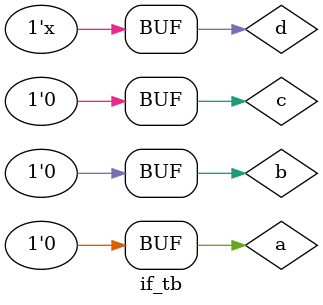
<source format=sv>


/*
:name: if_else_if
:description: A module testing if-else-if statement
:tags: 12.4.1
*/
module if_tb ();
  wire a = 0;
  reg b = 0;
  wire c = 0;
  reg d = 0;
  always @* begin
    if (a) b = 1;
//  ^^^^^^ meta.conditional-statement.sv
//  ^^ keyword.control.if.sv
    else if (c) d = 1;
//  ^^^^ keyword.control.else.sv
//       ^^^^^^ meta.conditional-statement.sv
//       ^^ keyword.control.if.sv
    else b = 0;
//  ^^^^ keyword.control.else.sv
  end
endmodule

</source>
